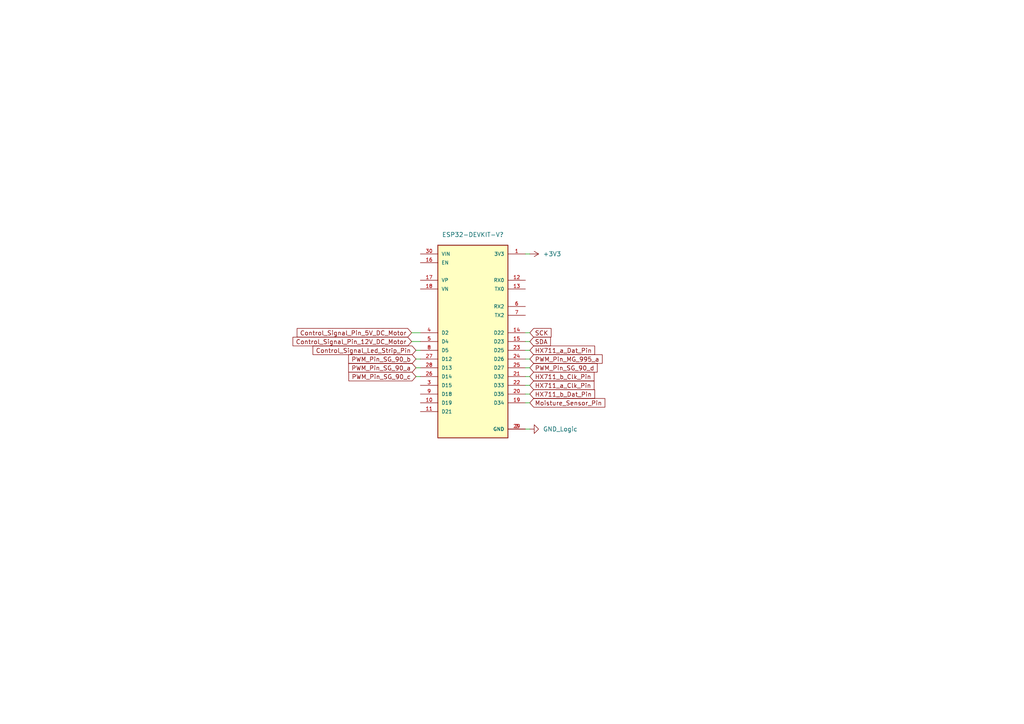
<source format=kicad_sch>
(kicad_sch (version 20231120) (generator "eeschema") (generator_version "8.0")
  (paper "A4")
  (lib_symbols
    (symbol "ESP32-DEVKIT-V1:ESP32-DEVKIT-V1" (pin_names (offset 1.016))
      (property "Reference" "U" (at -10.16 30.48 0))
      (property "Value" "ESP32-DEVKIT-V1" (at -10.16 -30.48 0))
      (symbol "ESP32-DEVKIT-V1_0_0"
        (rectangle (start -10.16 -27.94) (end 10.16 27.94) (stroke (width 0.254)) (fill (type background)))
        (pin output line (at 15.24 25.4 180) (length 5.08) (name "3V3") (number "1"))
        (pin bidirectional line (at -15.24 -17.78 0) (length 5.08) (name "D19") (number "10"))
        (pin bidirectional line (at -15.24 -20.32 0) (length 5.08) (name "D21") (number "11"))
        (pin input line (at 15.24 17.78 180) (length 5.08) (name "RX0") (number "12"))
        (pin output line (at 15.24 15.24 180) (length 5.08) (name "TX0") (number "13"))
        (pin bidirectional line (at 15.24 2.54 180) (length 5.08) (name "D22") (number "14"))
        (pin bidirectional line (at 15.24 0 180) (length 5.08) (name "D23") (number "15"))
        (pin input line (at -15.24 22.86 0) (length 5.08) (name "EN") (number "16"))
        (pin bidirectional line (at -15.24 17.78 0) (length 5.08) (name "VP") (number "17"))
        (pin bidirectional line (at -15.24 15.24 0) (length 5.08) (name "VN") (number "18"))
        (pin bidirectional line (at 15.24 -17.78 180) (length 5.08) (name "D34") (number "19"))
        (pin power_in line (at 15.24 -25.4 180) (length 5.08) (name "GND") (number "2"))
        (pin bidirectional line (at 15.24 -15.24 180) (length 5.08) (name "D35") (number "20"))
        (pin bidirectional line (at 15.24 -10.16 180) (length 5.08) (name "D32") (number "21"))
        (pin bidirectional line (at 15.24 -12.7 180) (length 5.08) (name "D33") (number "22"))
        (pin bidirectional line (at 15.24 -2.54 180) (length 5.08) (name "D25") (number "23"))
        (pin bidirectional line (at 15.24 -5.08 180) (length 5.08) (name "D26") (number "24"))
        (pin bidirectional line (at 15.24 -7.62 180) (length 5.08) (name "D27") (number "25"))
        (pin bidirectional line (at -15.24 -10.16 0) (length 5.08) (name "D14") (number "26"))
        (pin bidirectional line (at -15.24 -5.08 0) (length 5.08) (name "D12") (number "27"))
        (pin bidirectional line (at -15.24 -7.62 0) (length 5.08) (name "D13") (number "28"))
        (pin power_in line (at 15.24 -25.4 180) (length 5.08) (name "GND") (number "29"))
        (pin bidirectional line (at -15.24 -12.7 0) (length 5.08) (name "D15") (number "3"))
        (pin input line (at -15.24 25.4 0) (length 5.08) (name "VIN") (number "30"))
        (pin bidirectional line (at -15.24 2.54 0) (length 5.08) (name "D2") (number "4"))
        (pin bidirectional line (at -15.24 0 0) (length 5.08) (name "D4") (number "5"))
        (pin input line (at 15.24 10.16 180) (length 5.08) (name "RX2") (number "6"))
        (pin output line (at 15.24 7.62 180) (length 5.08) (name "TX2") (number "7"))
        (pin bidirectional line (at -15.24 -2.54 0) (length 5.08) (name "D5") (number "8"))
        (pin bidirectional line (at -15.24 -15.24 0) (length 5.08) (name "D18") (number "9"))
      )
    )
    (symbol "power:+3V3" (power) (pin_names (offset 0))
      (property "Value" "+3V3" (at 0 3.556 0))
      (symbol "+3V3_0_1"
        (polyline (pts (xy -0.762 1.27) (xy 0 2.54)))
        (polyline (pts (xy 0 0) (xy 0 2.54)))
        (polyline (pts (xy 0 2.54) (xy 0.762 1.27)))
      )
      (symbol "+3V3_1_1"
        (pin power_in line (at 0 0 90) (length 0) hide (name "+3V3") (number "1"))
      )
    )
    (symbol "power:GND" (power) (pin_names (offset 0))
      (property "Value" "GND" (at 0 -3.81 0))
      (symbol "GND_0_1"
        (polyline (pts (xy 0 0) (xy 0 -1.27) (xy 1.27 -1.27) (xy 0 -2.54) (xy -1.27 -1.27) (xy 0 -1.27)))
      )
      (symbol "GND_1_1"
        (pin power_in line (at 0 0 270) (length 0) hide (name "GND") (number "1"))
      )
    )
  )
  (wire (pts (xy 152.4 104.14) (xy 153.67 104.14)))
  (wire (pts (xy 152.4 111.76) (xy 153.67 111.76)))
  (wire (pts (xy 152.4 109.22) (xy 153.67 109.22)))
  (wire (pts (xy 152.4 114.3) (xy 153.67 114.3)))
  (wire (pts (xy 119.38 99.06) (xy 121.92 99.06)))
  (wire (pts (xy 152.4 99.06) (xy 153.67 99.06)))
  (wire (pts (xy 152.4 106.68) (xy 153.67 106.68)))
  (wire (pts (xy 120.65 109.22) (xy 121.92 109.22)))
  (wire (pts (xy 120.65 104.14) (xy 121.92 104.14)))
  (wire (pts (xy 152.4 116.84) (xy 153.67 116.84)))
  (wire (pts (xy 152.4 124.46) (xy 153.67 124.46)))
  (wire (pts (xy 152.4 96.52) (xy 153.67 96.52)))
  (wire (pts (xy 153.67 73.66) (xy 152.4 73.66)))
  (wire (pts (xy 119.38 96.52) (xy 121.92 96.52)))
  (wire (pts (xy 152.4 101.6) (xy 153.67 101.6)))
  (wire (pts (xy 120.65 101.6) (xy 121.92 101.6)))
  (wire (pts (xy 120.65 106.68) (xy 121.92 106.68)))
  (global_label "Control_Signal_Pin_5V_DC_Motor" (shape input) (at 119.38 96.52 180) (property "Intersheetrefs" "${INTERSHEET_REFS}" (effects (hide yes))))
  (global_label "SDA" (shape input) (at 153.67 99.06 0) (property "Intersheetrefs" "${INTERSHEET_REFS}" (effects (hide yes))))
  (global_label "PWM_Pin_SG_90_c" (shape input) (at 120.65 109.22 180) (property "Intersheetrefs" "${INTERSHEET_REFS}" (effects (hide yes))))
  (global_label "PWM_Pin_SG_90_a" (shape input) (at 120.65 106.68 180) (property "Intersheetrefs" "${INTERSHEET_REFS}" (effects (hide yes))))
  (global_label "PWM_Pin_MG_995_a" (shape input) (at 153.67 104.14 0) (property "Intersheetrefs" "${INTERSHEET_REFS}" (effects (hide yes))))
  (global_label "PWM_Pin_SG_90_d" (shape input) (at 153.67 106.68 0) (property "Intersheetrefs" "${INTERSHEET_REFS}" (effects (hide yes))))
  (global_label "HX711_b_Clk_Pin" (shape input) (at 153.67 109.22 0) (property "Intersheetrefs" "${INTERSHEET_REFS}" (effects (hide yes))))
  (global_label "Control_Signal_Pin_12V_DC_Motor" (shape input) (at 119.38 99.06 180) (property "Intersheetrefs" "${INTERSHEET_REFS}" (effects (hide yes))))
  (global_label "HX711_b_Dat_Pin" (shape input) (at 153.67 114.3 0) (property "Intersheetrefs" "${INTERSHEET_REFS}" (effects (hide yes))))
  (global_label "PWM_Pin_SG_90_b" (shape input) (at 120.65 104.14 180) (property "Intersheetrefs" "${INTERSHEET_REFS}" (effects (hide yes))))
  (global_label "Control_Signal_Led_Strip_Pin" (shape input) (at 120.65 101.6 180) (property "Intersheetrefs" "${INTERSHEET_REFS}" (effects (hide yes))))
  (global_label "Moisture_Sensor_Pin" (shape input) (at 153.67 116.84 0) (property "Intersheetrefs" "${INTERSHEET_REFS}" (effects (hide yes))))
  (global_label "HX711_a_Dat_Pin" (shape input) (at 153.67 101.6 0) (property "Intersheetrefs" "${INTERSHEET_REFS}" (effects (hide yes))))
  (global_label "SCK" (shape input) (at 153.67 96.52 0) (property "Intersheetrefs" "${INTERSHEET_REFS}" (effects (hide yes))))
  (global_label "HX711_a_Clk_Pin" (shape input) (at 153.67 111.76 0) (property "Intersheetrefs" "${INTERSHEET_REFS}" (effects (hide yes))))
  (symbol (lib_id "ESP32-DEVKIT-V1:ESP32-DEVKIT-V1") (at 137.16 99.06 0) (unit 1)
    (property "Reference" "ESP32-DEVKIT-V?" (at 137.16 68.072 0))
    (property "Value" "ESP32-DEVKIT-V1" (effects (hide yes)))
    (property "Footprint" "ESP32-DEVKIT-V1:MODULE_ESP32_DEVKIT_V1" (effects (hide yes)))
    (property "MF" "Do it" (effects (hide yes)))
    (property "MAXIMUM_PACKAGE_HEIGHT" "6.8 mm" (effects (hide yes)))
    (property "Package" "None" (effects (hide yes)))
    (property "Price" "None" (effects (hide yes)))
    (property "Check_prices" "https://www.snapeda.com/parts/ESP32-DEVKIT-V1/Do+it/view-part/?ref=eda" (effects (hide yes)))
    (property "STANDARD" "Manufacturer Recommendations" (effects (hide yes)))
    (property "PARTREV" "N/A" (effects (hide yes)))
    (property "SnapEDA_Link" "https://www.snapeda.com/parts/ESP32-DEVKIT-V1/Do+it/view-part/?ref=snap" (effects (hide yes)))
    (property "MP" "ESP32-DEVKIT-V1" (effects (hide yes)))
    (property "Description_1" "\n                        \n                            Dual core, Wi-Fi: 2.4 GHz up to 150 Mbits/s,BLE (Bluetooth Low Energy) and legacy Bluetooth, 32 bits, Up to 240 MHz\n                        \n" (effects (hide yes)))
    (property "Availability" "Not in stock" (effects (hide yes)))
    (property "MANUFACTURER" "DOIT" (effects (hide yes)))
  )
  (symbol (lib_id "power:+3V3") (at 153.67 73.66 270) (unit 1)
    (property "Reference" "#PWR?" (effects (hide yes)))
    (property "Value" "+3V3" (at 157.48 73.6599 90) (effects (justify left)))
    (property "Description" "Power symbol creates a global label with name \"+3V3\"" (effects (hide yes)))
  )
  (symbol (lib_id "power:GND") (at 153.67 124.46 90) (unit 1)
    (property "Reference" "#PWR?" (effects (hide yes)))
    (property "Value" "GND_Logic" (at 157.48 124.4599 90) (effects (justify right)))
    (property "Description" "Power symbol creates a global label with name \"GND\" , ground" (effects (hide yes)))
  )
)
</source>
